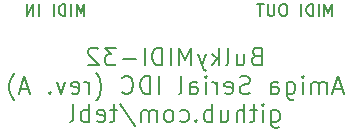
<source format=gbo>
G04 #@! TF.GenerationSoftware,KiCad,Pcbnew,(5.1.8)-1*
G04 #@! TF.CreationDate,2022-02-21T01:41:40+01:00*
G04 #@! TF.ProjectId,BulkyMIDI-32 Amiga IDC,42756c6b-794d-4494-9449-2d333220416d,rev?*
G04 #@! TF.SameCoordinates,Original*
G04 #@! TF.FileFunction,Legend,Bot*
G04 #@! TF.FilePolarity,Positive*
%FSLAX46Y46*%
G04 Gerber Fmt 4.6, Leading zero omitted, Abs format (unit mm)*
G04 Created by KiCad (PCBNEW (5.1.8)-1) date 2022-02-21 01:41:40*
%MOMM*%
%LPD*%
G01*
G04 APERTURE LIST*
%ADD10C,0.150000*%
G04 APERTURE END LIST*
D10*
X131389047Y-68651380D02*
X131389047Y-67651380D01*
X131055714Y-68365666D01*
X130722380Y-67651380D01*
X130722380Y-68651380D01*
X130246190Y-68651380D02*
X130246190Y-67651380D01*
X129770000Y-68651380D02*
X129770000Y-67651380D01*
X129531904Y-67651380D01*
X129389047Y-67699000D01*
X129293809Y-67794238D01*
X129246190Y-67889476D01*
X129198571Y-68079952D01*
X129198571Y-68222809D01*
X129246190Y-68413285D01*
X129293809Y-68508523D01*
X129389047Y-68603761D01*
X129531904Y-68651380D01*
X129770000Y-68651380D01*
X128770000Y-68651380D02*
X128770000Y-67651380D01*
X127341428Y-67651380D02*
X127150952Y-67651380D01*
X127055714Y-67699000D01*
X126960476Y-67794238D01*
X126912857Y-67984714D01*
X126912857Y-68318047D01*
X126960476Y-68508523D01*
X127055714Y-68603761D01*
X127150952Y-68651380D01*
X127341428Y-68651380D01*
X127436666Y-68603761D01*
X127531904Y-68508523D01*
X127579523Y-68318047D01*
X127579523Y-67984714D01*
X127531904Y-67794238D01*
X127436666Y-67699000D01*
X127341428Y-67651380D01*
X126484285Y-67651380D02*
X126484285Y-68460904D01*
X126436666Y-68556142D01*
X126389047Y-68603761D01*
X126293809Y-68651380D01*
X126103333Y-68651380D01*
X126008095Y-68603761D01*
X125960476Y-68556142D01*
X125912857Y-68460904D01*
X125912857Y-67651380D01*
X125579523Y-67651380D02*
X125008095Y-67651380D01*
X125293809Y-68651380D02*
X125293809Y-67651380D01*
X110402380Y-68651380D02*
X110402380Y-67651380D01*
X110069047Y-68365666D01*
X109735714Y-67651380D01*
X109735714Y-68651380D01*
X109259523Y-68651380D02*
X109259523Y-67651380D01*
X108783333Y-68651380D02*
X108783333Y-67651380D01*
X108545238Y-67651380D01*
X108402380Y-67699000D01*
X108307142Y-67794238D01*
X108259523Y-67889476D01*
X108211904Y-68079952D01*
X108211904Y-68222809D01*
X108259523Y-68413285D01*
X108307142Y-68508523D01*
X108402380Y-68603761D01*
X108545238Y-68651380D01*
X108783333Y-68651380D01*
X107783333Y-68651380D02*
X107783333Y-67651380D01*
X106545238Y-68651380D02*
X106545238Y-67651380D01*
X106069047Y-68651380D02*
X106069047Y-67651380D01*
X105497619Y-68651380D01*
X105497619Y-67651380D01*
X124931428Y-72041857D02*
X124717142Y-72113285D01*
X124645714Y-72184714D01*
X124574285Y-72327571D01*
X124574285Y-72541857D01*
X124645714Y-72684714D01*
X124717142Y-72756142D01*
X124860000Y-72827571D01*
X125431428Y-72827571D01*
X125431428Y-71327571D01*
X124931428Y-71327571D01*
X124788571Y-71399000D01*
X124717142Y-71470428D01*
X124645714Y-71613285D01*
X124645714Y-71756142D01*
X124717142Y-71899000D01*
X124788571Y-71970428D01*
X124931428Y-72041857D01*
X125431428Y-72041857D01*
X123288571Y-71827571D02*
X123288571Y-72827571D01*
X123931428Y-71827571D02*
X123931428Y-72613285D01*
X123860000Y-72756142D01*
X123717142Y-72827571D01*
X123502857Y-72827571D01*
X123360000Y-72756142D01*
X123288571Y-72684714D01*
X122360000Y-72827571D02*
X122502857Y-72756142D01*
X122574285Y-72613285D01*
X122574285Y-71327571D01*
X121788571Y-72827571D02*
X121788571Y-71327571D01*
X121645714Y-72256142D02*
X121217142Y-72827571D01*
X121217142Y-71827571D02*
X121788571Y-72399000D01*
X120717142Y-71827571D02*
X120360000Y-72827571D01*
X120002857Y-71827571D02*
X120360000Y-72827571D01*
X120502857Y-73184714D01*
X120574285Y-73256142D01*
X120717142Y-73327571D01*
X119431428Y-72827571D02*
X119431428Y-71327571D01*
X118931428Y-72399000D01*
X118431428Y-71327571D01*
X118431428Y-72827571D01*
X117717142Y-72827571D02*
X117717142Y-71327571D01*
X117002857Y-72827571D02*
X117002857Y-71327571D01*
X116645714Y-71327571D01*
X116431428Y-71399000D01*
X116288571Y-71541857D01*
X116217142Y-71684714D01*
X116145714Y-71970428D01*
X116145714Y-72184714D01*
X116217142Y-72470428D01*
X116288571Y-72613285D01*
X116431428Y-72756142D01*
X116645714Y-72827571D01*
X117002857Y-72827571D01*
X115502857Y-72827571D02*
X115502857Y-71327571D01*
X114788571Y-72256142D02*
X113645714Y-72256142D01*
X113074285Y-71327571D02*
X112145714Y-71327571D01*
X112645714Y-71899000D01*
X112431428Y-71899000D01*
X112288571Y-71970428D01*
X112217142Y-72041857D01*
X112145714Y-72184714D01*
X112145714Y-72541857D01*
X112217142Y-72684714D01*
X112288571Y-72756142D01*
X112431428Y-72827571D01*
X112860000Y-72827571D01*
X113002857Y-72756142D01*
X113074285Y-72684714D01*
X111574285Y-71470428D02*
X111502857Y-71399000D01*
X111360000Y-71327571D01*
X111002857Y-71327571D01*
X110860000Y-71399000D01*
X110788571Y-71470428D01*
X110717142Y-71613285D01*
X110717142Y-71756142D01*
X110788571Y-71970428D01*
X111645714Y-72827571D01*
X110717142Y-72827571D01*
X132252857Y-74799000D02*
X131538571Y-74799000D01*
X132395714Y-75227571D02*
X131895714Y-73727571D01*
X131395714Y-75227571D01*
X130895714Y-75227571D02*
X130895714Y-74227571D01*
X130895714Y-74370428D02*
X130824285Y-74299000D01*
X130681428Y-74227571D01*
X130467142Y-74227571D01*
X130324285Y-74299000D01*
X130252857Y-74441857D01*
X130252857Y-75227571D01*
X130252857Y-74441857D02*
X130181428Y-74299000D01*
X130038571Y-74227571D01*
X129824285Y-74227571D01*
X129681428Y-74299000D01*
X129610000Y-74441857D01*
X129610000Y-75227571D01*
X128895714Y-75227571D02*
X128895714Y-74227571D01*
X128895714Y-73727571D02*
X128967142Y-73799000D01*
X128895714Y-73870428D01*
X128824285Y-73799000D01*
X128895714Y-73727571D01*
X128895714Y-73870428D01*
X127538571Y-74227571D02*
X127538571Y-75441857D01*
X127610000Y-75584714D01*
X127681428Y-75656142D01*
X127824285Y-75727571D01*
X128038571Y-75727571D01*
X128181428Y-75656142D01*
X127538571Y-75156142D02*
X127681428Y-75227571D01*
X127967142Y-75227571D01*
X128110000Y-75156142D01*
X128181428Y-75084714D01*
X128252857Y-74941857D01*
X128252857Y-74513285D01*
X128181428Y-74370428D01*
X128110000Y-74299000D01*
X127967142Y-74227571D01*
X127681428Y-74227571D01*
X127538571Y-74299000D01*
X126181428Y-75227571D02*
X126181428Y-74441857D01*
X126252857Y-74299000D01*
X126395714Y-74227571D01*
X126681428Y-74227571D01*
X126824285Y-74299000D01*
X126181428Y-75156142D02*
X126324285Y-75227571D01*
X126681428Y-75227571D01*
X126824285Y-75156142D01*
X126895714Y-75013285D01*
X126895714Y-74870428D01*
X126824285Y-74727571D01*
X126681428Y-74656142D01*
X126324285Y-74656142D01*
X126181428Y-74584714D01*
X124395714Y-75156142D02*
X124181428Y-75227571D01*
X123824285Y-75227571D01*
X123681428Y-75156142D01*
X123610000Y-75084714D01*
X123538571Y-74941857D01*
X123538571Y-74799000D01*
X123610000Y-74656142D01*
X123681428Y-74584714D01*
X123824285Y-74513285D01*
X124110000Y-74441857D01*
X124252857Y-74370428D01*
X124324285Y-74299000D01*
X124395714Y-74156142D01*
X124395714Y-74013285D01*
X124324285Y-73870428D01*
X124252857Y-73799000D01*
X124110000Y-73727571D01*
X123752857Y-73727571D01*
X123538571Y-73799000D01*
X122324285Y-75156142D02*
X122467142Y-75227571D01*
X122752857Y-75227571D01*
X122895714Y-75156142D01*
X122967142Y-75013285D01*
X122967142Y-74441857D01*
X122895714Y-74299000D01*
X122752857Y-74227571D01*
X122467142Y-74227571D01*
X122324285Y-74299000D01*
X122252857Y-74441857D01*
X122252857Y-74584714D01*
X122967142Y-74727571D01*
X121609999Y-75227571D02*
X121609999Y-74227571D01*
X121609999Y-74513285D02*
X121538571Y-74370428D01*
X121467142Y-74299000D01*
X121324285Y-74227571D01*
X121181428Y-74227571D01*
X120681428Y-75227571D02*
X120681428Y-74227571D01*
X120681428Y-73727571D02*
X120752857Y-73799000D01*
X120681428Y-73870428D01*
X120609999Y-73799000D01*
X120681428Y-73727571D01*
X120681428Y-73870428D01*
X119324285Y-75227571D02*
X119324285Y-74441857D01*
X119395714Y-74299000D01*
X119538571Y-74227571D01*
X119824285Y-74227571D01*
X119967142Y-74299000D01*
X119324285Y-75156142D02*
X119467142Y-75227571D01*
X119824285Y-75227571D01*
X119967142Y-75156142D01*
X120038571Y-75013285D01*
X120038571Y-74870428D01*
X119967142Y-74727571D01*
X119824285Y-74656142D01*
X119467142Y-74656142D01*
X119324285Y-74584714D01*
X118395714Y-75227571D02*
X118538571Y-75156142D01*
X118609999Y-75013285D01*
X118609999Y-73727571D01*
X116681428Y-75227571D02*
X116681428Y-73727571D01*
X115967142Y-75227571D02*
X115967142Y-73727571D01*
X115609999Y-73727571D01*
X115395714Y-73799000D01*
X115252857Y-73941857D01*
X115181428Y-74084714D01*
X115109999Y-74370428D01*
X115109999Y-74584714D01*
X115181428Y-74870428D01*
X115252857Y-75013285D01*
X115395714Y-75156142D01*
X115609999Y-75227571D01*
X115967142Y-75227571D01*
X113609999Y-75084714D02*
X113681428Y-75156142D01*
X113895714Y-75227571D01*
X114038571Y-75227571D01*
X114252857Y-75156142D01*
X114395714Y-75013285D01*
X114467142Y-74870428D01*
X114538571Y-74584714D01*
X114538571Y-74370428D01*
X114467142Y-74084714D01*
X114395714Y-73941857D01*
X114252857Y-73799000D01*
X114038571Y-73727571D01*
X113895714Y-73727571D01*
X113681428Y-73799000D01*
X113609999Y-73870428D01*
X111395714Y-75799000D02*
X111467142Y-75727571D01*
X111609999Y-75513285D01*
X111681428Y-75370428D01*
X111752857Y-75156142D01*
X111824285Y-74799000D01*
X111824285Y-74513285D01*
X111752857Y-74156142D01*
X111681428Y-73941857D01*
X111609999Y-73799000D01*
X111467142Y-73584714D01*
X111395714Y-73513285D01*
X110824285Y-75227571D02*
X110824285Y-74227571D01*
X110824285Y-74513285D02*
X110752857Y-74370428D01*
X110681428Y-74299000D01*
X110538571Y-74227571D01*
X110395714Y-74227571D01*
X109324285Y-75156142D02*
X109467142Y-75227571D01*
X109752857Y-75227571D01*
X109895714Y-75156142D01*
X109967142Y-75013285D01*
X109967142Y-74441857D01*
X109895714Y-74299000D01*
X109752857Y-74227571D01*
X109467142Y-74227571D01*
X109324285Y-74299000D01*
X109252857Y-74441857D01*
X109252857Y-74584714D01*
X109967142Y-74727571D01*
X108752857Y-74227571D02*
X108395714Y-75227571D01*
X108038571Y-74227571D01*
X107467142Y-75084714D02*
X107395714Y-75156142D01*
X107467142Y-75227571D01*
X107538571Y-75156142D01*
X107467142Y-75084714D01*
X107467142Y-75227571D01*
X105681428Y-74799000D02*
X104967142Y-74799000D01*
X105824285Y-75227571D02*
X105324285Y-73727571D01*
X104824285Y-75227571D01*
X104467142Y-75799000D02*
X104395714Y-75727571D01*
X104252857Y-75513285D01*
X104181428Y-75370428D01*
X104109999Y-75156142D01*
X104038571Y-74799000D01*
X104038571Y-74513285D01*
X104109999Y-74156142D01*
X104181428Y-73941857D01*
X104252857Y-73799000D01*
X104395714Y-73584714D01*
X104467142Y-73513285D01*
X126217142Y-76627571D02*
X126217142Y-77841857D01*
X126288571Y-77984714D01*
X126360000Y-78056142D01*
X126502857Y-78127571D01*
X126717142Y-78127571D01*
X126860000Y-78056142D01*
X126217142Y-77556142D02*
X126360000Y-77627571D01*
X126645714Y-77627571D01*
X126788571Y-77556142D01*
X126860000Y-77484714D01*
X126931428Y-77341857D01*
X126931428Y-76913285D01*
X126860000Y-76770428D01*
X126788571Y-76699000D01*
X126645714Y-76627571D01*
X126360000Y-76627571D01*
X126217142Y-76699000D01*
X125502857Y-77627571D02*
X125502857Y-76627571D01*
X125502857Y-76127571D02*
X125574285Y-76199000D01*
X125502857Y-76270428D01*
X125431428Y-76199000D01*
X125502857Y-76127571D01*
X125502857Y-76270428D01*
X125002857Y-76627571D02*
X124431428Y-76627571D01*
X124788571Y-76127571D02*
X124788571Y-77413285D01*
X124717142Y-77556142D01*
X124574285Y-77627571D01*
X124431428Y-77627571D01*
X123931428Y-77627571D02*
X123931428Y-76127571D01*
X123288571Y-77627571D02*
X123288571Y-76841857D01*
X123360000Y-76699000D01*
X123502857Y-76627571D01*
X123717142Y-76627571D01*
X123860000Y-76699000D01*
X123931428Y-76770428D01*
X121931428Y-76627571D02*
X121931428Y-77627571D01*
X122574285Y-76627571D02*
X122574285Y-77413285D01*
X122502857Y-77556142D01*
X122360000Y-77627571D01*
X122145714Y-77627571D01*
X122002857Y-77556142D01*
X121931428Y-77484714D01*
X121217142Y-77627571D02*
X121217142Y-76127571D01*
X121217142Y-76699000D02*
X121074285Y-76627571D01*
X120788571Y-76627571D01*
X120645714Y-76699000D01*
X120574285Y-76770428D01*
X120502857Y-76913285D01*
X120502857Y-77341857D01*
X120574285Y-77484714D01*
X120645714Y-77556142D01*
X120788571Y-77627571D01*
X121074285Y-77627571D01*
X121217142Y-77556142D01*
X119860000Y-77484714D02*
X119788571Y-77556142D01*
X119860000Y-77627571D01*
X119931428Y-77556142D01*
X119860000Y-77484714D01*
X119860000Y-77627571D01*
X118502857Y-77556142D02*
X118645714Y-77627571D01*
X118931428Y-77627571D01*
X119074285Y-77556142D01*
X119145714Y-77484714D01*
X119217142Y-77341857D01*
X119217142Y-76913285D01*
X119145714Y-76770428D01*
X119074285Y-76699000D01*
X118931428Y-76627571D01*
X118645714Y-76627571D01*
X118502857Y-76699000D01*
X117645714Y-77627571D02*
X117788571Y-77556142D01*
X117860000Y-77484714D01*
X117931428Y-77341857D01*
X117931428Y-76913285D01*
X117860000Y-76770428D01*
X117788571Y-76699000D01*
X117645714Y-76627571D01*
X117431428Y-76627571D01*
X117288571Y-76699000D01*
X117217142Y-76770428D01*
X117145714Y-76913285D01*
X117145714Y-77341857D01*
X117217142Y-77484714D01*
X117288571Y-77556142D01*
X117431428Y-77627571D01*
X117645714Y-77627571D01*
X116502857Y-77627571D02*
X116502857Y-76627571D01*
X116502857Y-76770428D02*
X116431428Y-76699000D01*
X116288571Y-76627571D01*
X116074285Y-76627571D01*
X115931428Y-76699000D01*
X115860000Y-76841857D01*
X115860000Y-77627571D01*
X115860000Y-76841857D02*
X115788571Y-76699000D01*
X115645714Y-76627571D01*
X115431428Y-76627571D01*
X115288571Y-76699000D01*
X115217142Y-76841857D01*
X115217142Y-77627571D01*
X113431428Y-76056142D02*
X114717142Y-77984714D01*
X113145714Y-76627571D02*
X112574285Y-76627571D01*
X112931428Y-76127571D02*
X112931428Y-77413285D01*
X112860000Y-77556142D01*
X112717142Y-77627571D01*
X112574285Y-77627571D01*
X111502857Y-77556142D02*
X111645714Y-77627571D01*
X111931428Y-77627571D01*
X112074285Y-77556142D01*
X112145714Y-77413285D01*
X112145714Y-76841857D01*
X112074285Y-76699000D01*
X111931428Y-76627571D01*
X111645714Y-76627571D01*
X111502857Y-76699000D01*
X111431428Y-76841857D01*
X111431428Y-76984714D01*
X112145714Y-77127571D01*
X110788571Y-77627571D02*
X110788571Y-76127571D01*
X110788571Y-76699000D02*
X110645714Y-76627571D01*
X110360000Y-76627571D01*
X110217142Y-76699000D01*
X110145714Y-76770428D01*
X110074285Y-76913285D01*
X110074285Y-77341857D01*
X110145714Y-77484714D01*
X110217142Y-77556142D01*
X110360000Y-77627571D01*
X110645714Y-77627571D01*
X110788571Y-77556142D01*
X109217142Y-77627571D02*
X109360000Y-77556142D01*
X109431428Y-77413285D01*
X109431428Y-76127571D01*
M02*

</source>
